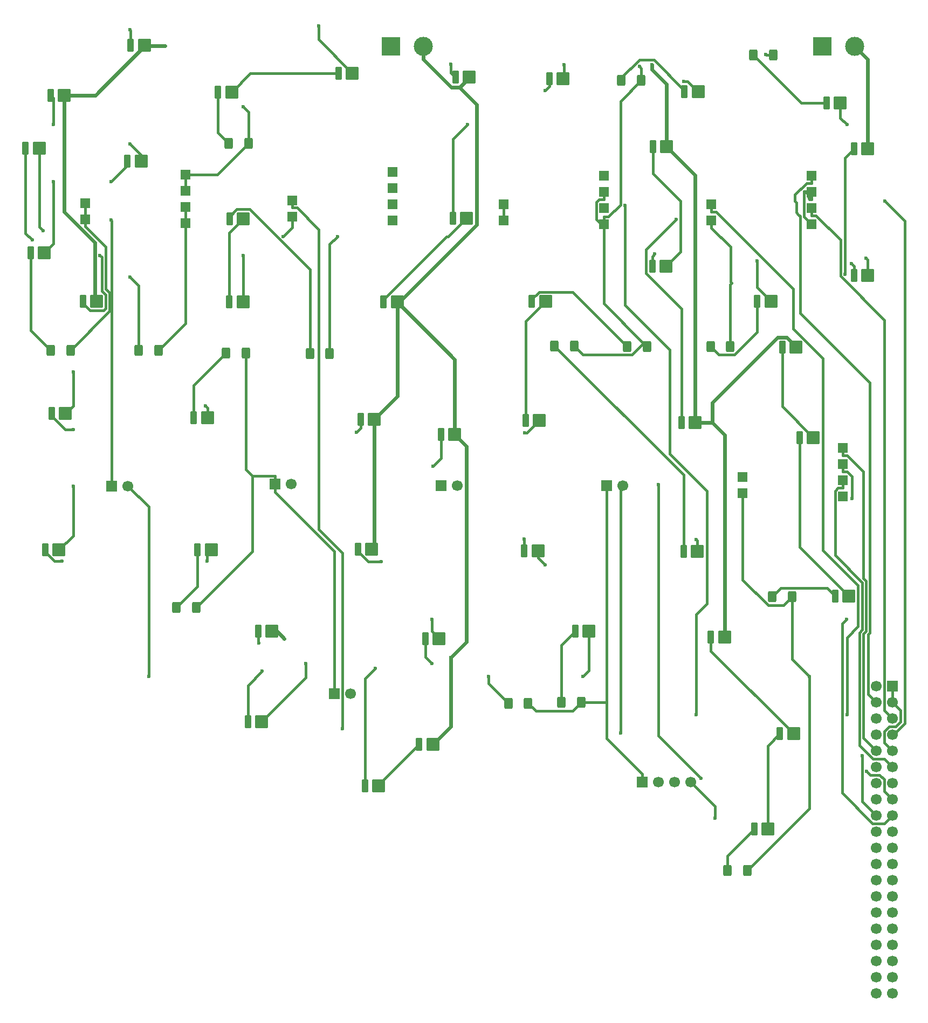
<source format=gbr>
%TF.GenerationSoftware,KiCad,Pcbnew,9.0.2*%
%TF.CreationDate,2025-07-01T15:24:05+02:00*%
%TF.ProjectId,oxygen_calls_rain-rplnt_wipers,6f787967-656e-45f6-9361-6c6c735f7261,rev?*%
%TF.SameCoordinates,Original*%
%TF.FileFunction,Copper,L1,Top*%
%TF.FilePolarity,Positive*%
%FSLAX46Y46*%
G04 Gerber Fmt 4.6, Leading zero omitted, Abs format (unit mm)*
G04 Created by KiCad (PCBNEW 9.0.2) date 2025-07-01 15:24:05*
%MOMM*%
%LPD*%
G01*
G04 APERTURE LIST*
G04 Aperture macros list*
%AMRoundRect*
0 Rectangle with rounded corners*
0 $1 Rounding radius*
0 $2 $3 $4 $5 $6 $7 $8 $9 X,Y pos of 4 corners*
0 Add a 4 corners polygon primitive as box body*
4,1,4,$2,$3,$4,$5,$6,$7,$8,$9,$2,$3,0*
0 Add four circle primitives for the rounded corners*
1,1,$1+$1,$2,$3*
1,1,$1+$1,$4,$5*
1,1,$1+$1,$6,$7*
1,1,$1+$1,$8,$9*
0 Add four rect primitives between the rounded corners*
20,1,$1+$1,$2,$3,$4,$5,0*
20,1,$1+$1,$4,$5,$6,$7,0*
20,1,$1+$1,$6,$7,$8,$9,0*
20,1,$1+$1,$8,$9,$2,$3,0*%
G04 Aperture macros list end*
%TA.AperFunction,ComponentPad*%
%ADD10R,1.700000X1.700000*%
%TD*%
%TA.AperFunction,ComponentPad*%
%ADD11C,1.700000*%
%TD*%
%TA.AperFunction,ComponentPad*%
%ADD12R,1.500000X1.500000*%
%TD*%
%TA.AperFunction,ComponentPad*%
%ADD13R,3.000000X3.000000*%
%TD*%
%TA.AperFunction,ComponentPad*%
%ADD14C,3.000000*%
%TD*%
%TA.AperFunction,SMDPad,CuDef*%
%ADD15RoundRect,0.165000X-0.385000X-0.885000X0.385000X-0.885000X0.385000X0.885000X-0.385000X0.885000X0*%
%TD*%
%TA.AperFunction,SMDPad,CuDef*%
%ADD16RoundRect,0.315000X-0.735000X-0.735000X0.735000X-0.735000X0.735000X0.735000X-0.735000X0.735000X0*%
%TD*%
%TA.AperFunction,SMDPad,CuDef*%
%ADD17RoundRect,0.250000X-0.400000X-0.625000X0.400000X-0.625000X0.400000X0.625000X-0.400000X0.625000X0*%
%TD*%
%TA.AperFunction,ViaPad*%
%ADD18C,0.600000*%
%TD*%
%TA.AperFunction,Conductor*%
%ADD19C,0.400000*%
%TD*%
%TA.AperFunction,Conductor*%
%ADD20C,0.600000*%
%TD*%
G04 APERTURE END LIST*
D10*
%TO.P,J3,1,Pin_1*%
%TO.N,GND*%
X167975000Y-126710000D03*
D11*
%TO.P,J3,2,Pin_2*%
X165435000Y-126710000D03*
%TO.P,J3,3,Pin_3*%
X167975000Y-129250000D03*
%TO.P,J3,4,Pin_4*%
%TO.N,Net-(J3-Pin_4)*%
X165435000Y-129250000D03*
%TO.P,J3,5,Pin_5*%
%TO.N,Net-(J3-Pin_5)*%
X167975000Y-131790000D03*
%TO.P,J3,6,Pin_6*%
%TO.N,Net-(J3-Pin_6)*%
X165435000Y-131790000D03*
%TO.P,J3,7,Pin_7*%
%TO.N,Net-(J3-Pin_7)*%
X167975000Y-134330000D03*
%TO.P,J3,8,Pin_8*%
%TO.N,Net-(J3-Pin_8)*%
X165435000Y-134330000D03*
%TO.P,J3,9,Pin_9*%
%TO.N,GND*%
X167975000Y-136870000D03*
%TO.P,J3,10,Pin_10*%
%TO.N,Net-(J3-Pin_10)*%
X165435000Y-136870000D03*
%TO.P,J3,11,Pin_11*%
%TO.N,Net-(J3-Pin_11)*%
X167975000Y-139410000D03*
%TO.P,J3,12,Pin_12*%
%TO.N,GND*%
X165435000Y-139410000D03*
%TO.P,J3,13,Pin_13*%
%TO.N,Net-(J3-Pin_13)*%
X167975000Y-141950000D03*
%TO.P,J3,14,Pin_14*%
%TO.N,Net-(J3-Pin_14)*%
X165435000Y-141950000D03*
%TO.P,J3,15,Pin_15*%
%TO.N,Net-(J3-Pin_15)*%
X167975000Y-144490000D03*
%TO.P,J3,16,Pin_16*%
%TO.N,Net-(J3-Pin_16)*%
X165435000Y-144490000D03*
%TO.P,J3,17,Pin_17*%
%TO.N,Net-(J3-Pin_17)*%
X167975000Y-147030000D03*
%TO.P,J3,18,Pin_18*%
%TO.N,Net-(J3-Pin_18)*%
X165435000Y-147030000D03*
%TO.P,J3,19,Pin_19*%
%TO.N,Net-(J3-Pin_19)*%
X167975000Y-149570000D03*
%TO.P,J3,20,Pin_20*%
%TO.N,Net-(J3-Pin_20)*%
X165435000Y-149570000D03*
%TO.P,J3,21,Pin_21*%
%TO.N,Net-(J3-Pin_21)*%
X167975000Y-152110000D03*
%TO.P,J3,22,Pin_22*%
%TO.N,unconnected-(J3-Pin_22-Pad22)*%
X165435000Y-152110000D03*
%TO.P,J3,23,Pin_23*%
%TO.N,unconnected-(J3-Pin_23-Pad23)*%
X167975000Y-154650000D03*
%TO.P,J3,24,Pin_24*%
%TO.N,unconnected-(J3-Pin_24-Pad24)*%
X165435000Y-154650000D03*
%TO.P,J3,25,Pin_25*%
%TO.N,unconnected-(J3-Pin_25-Pad25)*%
X167975000Y-157190000D03*
%TO.P,J3,26,Pin_26*%
%TO.N,unconnected-(J3-Pin_26-Pad26)*%
X165435000Y-157190000D03*
%TO.P,J3,27,Pin_27*%
%TO.N,unconnected-(J3-Pin_27-Pad27)*%
X167975000Y-159730000D03*
%TO.P,J3,28,Pin_28*%
%TO.N,unconnected-(J3-Pin_28-Pad28)*%
X165435000Y-159730000D03*
%TO.P,J3,29,Pin_29*%
%TO.N,unconnected-(J3-Pin_29-Pad29)*%
X167975000Y-162270000D03*
%TO.P,J3,30,Pin_30*%
%TO.N,unconnected-(J3-Pin_30-Pad30)*%
X165435000Y-162270000D03*
%TO.P,J3,31,Pin_31*%
%TO.N,unconnected-(J3-Pin_31-Pad31)*%
X167975000Y-164810000D03*
%TO.P,J3,32,Pin_32*%
%TO.N,unconnected-(J3-Pin_32-Pad32)*%
X165435000Y-164810000D03*
%TO.P,J3,33,Pin_33*%
%TO.N,unconnected-(J3-Pin_33-Pad33)*%
X167975000Y-167350000D03*
%TO.P,J3,34,Pin_34*%
%TO.N,unconnected-(J3-Pin_34-Pad34)*%
X165435000Y-167350000D03*
%TO.P,J3,35,Pin_35*%
%TO.N,unconnected-(J3-Pin_35-Pad35)*%
X167975000Y-169890000D03*
%TO.P,J3,36,Pin_36*%
%TO.N,unconnected-(J3-Pin_36-Pad36)*%
X165435000Y-169890000D03*
%TO.P,J3,37,Pin_37*%
%TO.N,unconnected-(J3-Pin_37-Pad37)*%
X167975000Y-172430000D03*
%TO.P,J3,38,Pin_38*%
%TO.N,unconnected-(J3-Pin_38-Pad38)*%
X165435000Y-172430000D03*
%TO.P,J3,39,Pin_39*%
%TO.N,unconnected-(J3-Pin_39-Pad39)*%
X167975000Y-174970000D03*
%TO.P,J3,40,Pin_40*%
%TO.N,unconnected-(J3-Pin_40-Pad40)*%
X165435000Y-174970000D03*
%TD*%
D12*
%TO.P,KR5,1,+5V_TOP_LED*%
%TO.N,unconnected-(KR5-+5V_TOP_LED-Pad1)*%
X89450000Y-45925000D03*
%TO.P,KR5,2,GND_TOP_LED*%
%TO.N,unconnected-(KR5-GND_TOP_LED-Pad2)*%
X89450000Y-48465000D03*
%TO.P,KR5,3,+5V_BOTTOM_LED*%
%TO.N,unconnected-(KR5-+5V_BOTTOM_LED-Pad3)*%
X89450000Y-51005000D03*
%TO.P,KR5,4,GND_BOTTOM_LED*%
%TO.N,unconnected-(KR5-GND_BOTTOM_LED-Pad4)*%
X89450000Y-53545000D03*
%TO.P,KR5,5,SW_IN*%
%TO.N,Net-(J3-Pin_16)*%
X73750000Y-50425000D03*
%TO.P,KR5,6,SW_OUT*%
%TO.N,GND*%
X73750000Y-52965000D03*
%TD*%
D13*
%TO.P,J2,1,Pin_1*%
%TO.N,GND*%
X89210000Y-26200000D03*
D14*
%TO.P,J2,2,Pin_2*%
%TO.N,+12V*%
X94290000Y-26200000D03*
%TD*%
D15*
%TO.P,D31,1,K*%
%TO.N,Net-(D31-K)*%
X84060000Y-105200000D03*
D16*
%TO.P,D31,2,A*%
%TO.N,+12V*%
X86210000Y-105200000D03*
%TD*%
D15*
%TO.P,D41,1,K*%
%TO.N,Net-(D41-K)*%
X85160000Y-142400000D03*
D16*
%TO.P,D41,2,A*%
%TO.N,Net-(D40-K)*%
X87310000Y-142400000D03*
%TD*%
D10*
%TO.P,J7,1,Pin_1*%
%TO.N,GND*%
X123100000Y-95200000D03*
D11*
%TO.P,J7,2,Pin_2*%
%TO.N,Net-(J3-Pin_18)*%
X125640000Y-95200000D03*
%TD*%
D15*
%TO.P,D17,1,K*%
%TO.N,Net-(D17-K)*%
X130260000Y-60800000D03*
D16*
%TO.P,D17,2,A*%
%TO.N,Net-(D16-K)*%
X132410000Y-60800000D03*
%TD*%
D15*
%TO.P,D37,1,K*%
%TO.N,Net-(D37-K)*%
X68360000Y-118100000D03*
D16*
%TO.P,D37,2,A*%
%TO.N,+12V*%
X70510000Y-118100000D03*
%TD*%
D15*
%TO.P,D29,1,K*%
%TO.N,Net-(D29-K)*%
X34960000Y-105300000D03*
D16*
%TO.P,D29,2,A*%
%TO.N,Net-(D28-K)*%
X37110000Y-105300000D03*
%TD*%
D15*
%TO.P,D7,1,K*%
%TO.N,Net-(D7-K)*%
X35760000Y-33900000D03*
D16*
%TO.P,D7,2,A*%
%TO.N,+12V*%
X37910000Y-33900000D03*
%TD*%
D15*
%TO.P,D23,1,K*%
%TO.N,Net-(D23-K)*%
X110360000Y-85000000D03*
D16*
%TO.P,D23,2,A*%
%TO.N,Net-(D22-K)*%
X112510000Y-85000000D03*
%TD*%
D15*
%TO.P,D27,1,K*%
%TO.N,Net-(D27-K)*%
X31860000Y-42200000D03*
D16*
%TO.P,D27,2,A*%
%TO.N,Net-(D26-K)*%
X34010000Y-42200000D03*
%TD*%
D15*
%TO.P,D26,1,K*%
%TO.N,Net-(D26-K)*%
X161960000Y-62200000D03*
D16*
%TO.P,D26,2,A*%
%TO.N,Net-(D25-K)*%
X164110000Y-62200000D03*
%TD*%
D17*
%TO.P,R15,1*%
%TO.N,Net-(D45-K)*%
X142050000Y-155700000D03*
%TO.P,R15,2*%
%TO.N,GND*%
X145150000Y-155700000D03*
%TD*%
D10*
%TO.P,J6,1,Pin_1*%
%TO.N,GND*%
X97125000Y-95200000D03*
D11*
%TO.P,J6,2,Pin_2*%
%TO.N,Net-(J3-Pin_14)*%
X99665000Y-95200000D03*
%TD*%
D15*
%TO.P,D40,1,K*%
%TO.N,Net-(D40-K)*%
X93660000Y-135900000D03*
D16*
%TO.P,D40,2,A*%
%TO.N,+12V*%
X95810000Y-135900000D03*
%TD*%
D15*
%TO.P,D44,1,K*%
%TO.N,Net-(D44-K)*%
X150300000Y-134200000D03*
D16*
%TO.P,D44,2,A*%
%TO.N,Net-(D43-K)*%
X152450000Y-134200000D03*
%TD*%
D15*
%TO.P,D12,1,K*%
%TO.N,Net-(D12-K)*%
X63910000Y-53350000D03*
D16*
%TO.P,D12,2,A*%
%TO.N,Net-(D11-K)*%
X66060000Y-53350000D03*
%TD*%
D15*
%TO.P,D35,1,K*%
%TO.N,Net-(D35-K)*%
X153400000Y-87700000D03*
D16*
%TO.P,D35,2,A*%
%TO.N,Net-(D34-K)*%
X155550000Y-87700000D03*
%TD*%
D15*
%TO.P,D19,1,K*%
%TO.N,Net-(D19-K)*%
X161960000Y-42300000D03*
D16*
%TO.P,D19,2,A*%
%TO.N,+12V*%
X164110000Y-42300000D03*
%TD*%
D15*
%TO.P,D38,1,K*%
%TO.N,Net-(D38-K)*%
X94650000Y-119300000D03*
D16*
%TO.P,D38,2,A*%
%TO.N,Net-(D37-K)*%
X96800000Y-119300000D03*
%TD*%
D15*
%TO.P,D15,1,K*%
%TO.N,Net-(D15-K)*%
X157600000Y-35125000D03*
D16*
%TO.P,D15,2,A*%
%TO.N,Net-(D14-K)*%
X159750000Y-35125000D03*
%TD*%
D17*
%TO.P,R5,1*%
%TO.N,Net-(D15-K)*%
X146150000Y-27600000D03*
%TO.P,R5,2*%
%TO.N,GND*%
X149250000Y-27600000D03*
%TD*%
D12*
%TO.P,KR1,1,+5V_TOP_LED*%
%TO.N,GND*%
X56950000Y-46350000D03*
%TO.P,KR1,2,GND_TOP_LED*%
X56950000Y-48890000D03*
%TO.P,KR1,3,+5V_BOTTOM_LED*%
X56950000Y-51430000D03*
%TO.P,KR1,4,GND_BOTTOM_LED*%
X56950000Y-53970000D03*
%TO.P,KR1,5,SW_IN*%
X41250000Y-50850000D03*
%TO.P,KR1,6,SW_OUT*%
X41250000Y-53390000D03*
%TD*%
D15*
%TO.P,D45,1,K*%
%TO.N,Net-(D45-K)*%
X146260000Y-149200000D03*
D16*
%TO.P,D45,2,A*%
%TO.N,Net-(D44-K)*%
X148410000Y-149200000D03*
%TD*%
D15*
%TO.P,D5,1,K*%
%TO.N,Net-(D5-K)*%
X114100000Y-31275000D03*
D16*
%TO.P,D5,2,A*%
%TO.N,Net-(D4-K)*%
X116250000Y-31275000D03*
%TD*%
D17*
%TO.P,R7,1*%
%TO.N,Net-(D21-K)*%
X63350000Y-74400000D03*
%TO.P,R7,2*%
%TO.N,GND*%
X66450000Y-74400000D03*
%TD*%
%TO.P,R14,1*%
%TO.N,Net-(D42-K)*%
X116000000Y-129300000D03*
%TO.P,R14,2*%
%TO.N,GND*%
X119100000Y-129300000D03*
%TD*%
D15*
%TO.P,D24,1,K*%
%TO.N,Net-(D24-K)*%
X111360000Y-66300000D03*
D16*
%TO.P,D24,2,A*%
%TO.N,Net-(D23-K)*%
X113510000Y-66300000D03*
%TD*%
D15*
%TO.P,D8,1,K*%
%TO.N,Net-(D8-K)*%
X47860000Y-44300000D03*
D16*
%TO.P,D8,2,A*%
%TO.N,Net-(D7-K)*%
X50010000Y-44300000D03*
%TD*%
D17*
%TO.P,R2,1*%
%TO.N,Net-(D6-K)*%
X125400000Y-31600000D03*
%TO.P,R2,2*%
%TO.N,GND*%
X128500000Y-31600000D03*
%TD*%
D15*
%TO.P,D16,1,K*%
%TO.N,Net-(D16-K)*%
X130360000Y-42000000D03*
D16*
%TO.P,D16,2,A*%
%TO.N,+12V*%
X132510000Y-42000000D03*
%TD*%
D15*
%TO.P,D4,1,K*%
%TO.N,Net-(D4-K)*%
X99360000Y-31100000D03*
D16*
%TO.P,D4,2,A*%
%TO.N,+12V*%
X101510000Y-31100000D03*
%TD*%
D15*
%TO.P,D34,1,K*%
%TO.N,Net-(D34-K)*%
X150660000Y-73500000D03*
D16*
%TO.P,D34,2,A*%
%TO.N,+12V*%
X152810000Y-73500000D03*
%TD*%
D15*
%TO.P,D20,1,K*%
%TO.N,Net-(D20-K)*%
X35960000Y-83900000D03*
D16*
%TO.P,D20,2,A*%
%TO.N,Net-(D19-K)*%
X38110000Y-83900000D03*
%TD*%
D15*
%TO.P,D36,1,K*%
%TO.N,Net-(D36-K)*%
X158960000Y-112600000D03*
D16*
%TO.P,D36,2,A*%
%TO.N,Net-(D35-K)*%
X161110000Y-112600000D03*
%TD*%
D17*
%TO.P,R11,1*%
%TO.N,Net-(D33-K)*%
X114900000Y-73300000D03*
%TO.P,R11,2*%
%TO.N,GND*%
X118000000Y-73300000D03*
%TD*%
D15*
%TO.P,D43,1,K*%
%TO.N,Net-(D43-K)*%
X139460000Y-119000000D03*
D16*
%TO.P,D43,2,A*%
%TO.N,+12V*%
X141610000Y-119000000D03*
%TD*%
D17*
%TO.P,R9,1*%
%TO.N,Net-(D27-K)*%
X49600000Y-74000000D03*
%TO.P,R9,2*%
%TO.N,GND*%
X52700000Y-74000000D03*
%TD*%
D10*
%TO.P,J4,1,Pin_1*%
%TO.N,GND*%
X45400000Y-95300000D03*
D11*
%TO.P,J4,2,Pin_2*%
%TO.N,Net-(J3-Pin_13)*%
X47940000Y-95300000D03*
%TD*%
D17*
%TO.P,R12,1*%
%TO.N,Net-(D36-K)*%
X149100000Y-112700000D03*
%TO.P,R12,2*%
%TO.N,GND*%
X152200000Y-112700000D03*
%TD*%
D15*
%TO.P,D33,1,K*%
%TO.N,Net-(D33-K)*%
X135160000Y-105600000D03*
D16*
%TO.P,D33,2,A*%
%TO.N,Net-(D32-K)*%
X137310000Y-105600000D03*
%TD*%
D17*
%TO.P,R13,1*%
%TO.N,Net-(D39-K)*%
X107650000Y-129400000D03*
%TO.P,R13,2*%
%TO.N,GND*%
X110750000Y-129400000D03*
%TD*%
D15*
%TO.P,D13,1,K*%
%TO.N,Net-(D13-K)*%
X88060000Y-66400000D03*
D16*
%TO.P,D13,2,A*%
%TO.N,+12V*%
X90210000Y-66400000D03*
%TD*%
D15*
%TO.P,D10,1,K*%
%TO.N,Net-(D10-K)*%
X40850000Y-66300000D03*
D16*
%TO.P,D10,2,A*%
%TO.N,+12V*%
X43000000Y-66300000D03*
%TD*%
D17*
%TO.P,R10,1*%
%TO.N,Net-(D30-K)*%
X55550000Y-114400000D03*
%TO.P,R10,2*%
%TO.N,GND*%
X58650000Y-114400000D03*
%TD*%
D15*
%TO.P,D6,1,K*%
%TO.N,Net-(D6-K)*%
X135300000Y-33375000D03*
D16*
%TO.P,D6,2,A*%
%TO.N,Net-(D5-K)*%
X137450000Y-33375000D03*
%TD*%
D15*
%TO.P,D14,1,K*%
%TO.N,Net-(D14-K)*%
X98950000Y-53200000D03*
D16*
%TO.P,D14,2,A*%
%TO.N,Net-(D13-K)*%
X101100000Y-53200000D03*
%TD*%
D17*
%TO.P,R4,1*%
%TO.N,Net-(D12-K)*%
X76500000Y-74500000D03*
%TO.P,R4,2*%
%TO.N,GND*%
X79600000Y-74500000D03*
%TD*%
D12*
%TO.P,KR4,1,+5V_TOP_LED*%
%TO.N,Net-(J3-Pin_10)*%
X160150000Y-89350000D03*
%TO.P,KR4,2,GND_TOP_LED*%
%TO.N,GND*%
X160150000Y-91890000D03*
%TO.P,KR4,3,+5V_BOTTOM_LED*%
%TO.N,Net-(J3-Pin_11)*%
X160150000Y-94430000D03*
%TO.P,KR4,4,GND_BOTTOM_LED*%
%TO.N,GND*%
X160150000Y-96970000D03*
%TO.P,KR4,5,SW_IN*%
X144450000Y-93850000D03*
%TO.P,KR4,6,SW_OUT*%
X144450000Y-96390000D03*
%TD*%
D10*
%TO.P,J9,1,Pin_1*%
%TO.N,GND*%
X128690000Y-141800000D03*
D11*
%TO.P,J9,2,Pin_2*%
%TO.N,Net-(J3-Pin_19)*%
X131230000Y-141800000D03*
%TO.P,J9,3,Pin_3*%
%TO.N,Net-(J3-Pin_20)*%
X133770000Y-141800000D03*
%TO.P,J9,4,Pin_4*%
%TO.N,Net-(J3-Pin_21)*%
X136310000Y-141800000D03*
%TD*%
D10*
%TO.P,J5,1,Pin_1*%
%TO.N,GND*%
X71025000Y-95000000D03*
D11*
%TO.P,J5,2,Pin_2*%
%TO.N,Net-(J3-Pin_17)*%
X73565000Y-95000000D03*
%TD*%
D17*
%TO.P,R6,1*%
%TO.N,Net-(D18-K)*%
X139400000Y-73400000D03*
%TO.P,R6,2*%
%TO.N,GND*%
X142500000Y-73400000D03*
%TD*%
D15*
%TO.P,D39,1,K*%
%TO.N,Net-(D39-K)*%
X66750000Y-132300000D03*
D16*
%TO.P,D39,2,A*%
%TO.N,Net-(D38-K)*%
X68900000Y-132300000D03*
%TD*%
D15*
%TO.P,D18,1,K*%
%TO.N,Net-(D18-K)*%
X146750000Y-66300000D03*
D16*
%TO.P,D18,2,A*%
%TO.N,Net-(D17-K)*%
X148900000Y-66300000D03*
%TD*%
D15*
%TO.P,D21,1,K*%
%TO.N,Net-(D21-K)*%
X58250000Y-84600000D03*
D16*
%TO.P,D21,2,A*%
%TO.N,Net-(D20-K)*%
X60400000Y-84600000D03*
%TD*%
D10*
%TO.P,J8,1,Pin_1*%
%TO.N,GND*%
X80325000Y-127900000D03*
D11*
%TO.P,J8,2,Pin_2*%
%TO.N,Net-(J3-Pin_15)*%
X82865000Y-127900000D03*
%TD*%
D15*
%TO.P,D9,1,K*%
%TO.N,Net-(D9-K)*%
X32660000Y-58700000D03*
D16*
%TO.P,D9,2,A*%
%TO.N,Net-(D8-K)*%
X34810000Y-58700000D03*
%TD*%
D15*
%TO.P,D28,1,K*%
%TO.N,Net-(D28-K)*%
X97060000Y-87200000D03*
D16*
%TO.P,D28,2,A*%
%TO.N,+12V*%
X99210000Y-87200000D03*
%TD*%
D15*
%TO.P,D32,1,K*%
%TO.N,Net-(D32-K)*%
X110160000Y-105500000D03*
D16*
%TO.P,D32,2,A*%
%TO.N,Net-(D31-K)*%
X112310000Y-105500000D03*
%TD*%
D15*
%TO.P,D22,1,K*%
%TO.N,Net-(D22-K)*%
X84460000Y-84800000D03*
D16*
%TO.P,D22,2,A*%
%TO.N,+12V*%
X86610000Y-84800000D03*
%TD*%
D17*
%TO.P,R8,1*%
%TO.N,Net-(D24-K)*%
X126300000Y-73400000D03*
%TO.P,R8,2*%
%TO.N,GND*%
X129400000Y-73400000D03*
%TD*%
D15*
%TO.P,D25,1,K*%
%TO.N,Net-(D25-K)*%
X134860000Y-85300000D03*
D16*
%TO.P,D25,2,A*%
%TO.N,+12V*%
X137010000Y-85300000D03*
%TD*%
D15*
%TO.P,D1,1,K*%
%TO.N,Net-(D1-K)*%
X48350000Y-26100000D03*
D16*
%TO.P,D1,2,A*%
%TO.N,+12V*%
X50500000Y-26100000D03*
%TD*%
D17*
%TO.P,R3,1*%
%TO.N,Net-(D9-K)*%
X35800000Y-74000000D03*
%TO.P,R3,2*%
%TO.N,GND*%
X38900000Y-74000000D03*
%TD*%
D15*
%TO.P,D3,1,K*%
%TO.N,Net-(D3-K)*%
X62060000Y-33400000D03*
D16*
%TO.P,D3,2,A*%
%TO.N,Net-(D2-K)*%
X64210000Y-33400000D03*
%TD*%
D15*
%TO.P,D42,1,K*%
%TO.N,Net-(D42-K)*%
X118160000Y-118100000D03*
D16*
%TO.P,D42,2,A*%
%TO.N,Net-(D41-K)*%
X120310000Y-118100000D03*
%TD*%
D17*
%TO.P,R1,1*%
%TO.N,Net-(D3-K)*%
X63750000Y-41500000D03*
%TO.P,R1,2*%
%TO.N,GND*%
X66850000Y-41500000D03*
%TD*%
D12*
%TO.P,KR3,1,+5V_TOP_LED*%
%TO.N,Net-(J3-Pin_4)*%
X155250000Y-46550000D03*
%TO.P,KR3,2,GND_TOP_LED*%
%TO.N,GND*%
X155250000Y-49090000D03*
%TO.P,KR3,3,+5V_BOTTOM_LED*%
%TO.N,Net-(J3-Pin_5)*%
X155250000Y-51630000D03*
%TO.P,KR3,4,GND_BOTTOM_LED*%
%TO.N,GND*%
X155250000Y-54170000D03*
%TO.P,KR3,5,SW_IN*%
%TO.N,Net-(J3-Pin_6)*%
X139550000Y-51050000D03*
%TO.P,KR3,6,SW_OUT*%
%TO.N,GND*%
X139550000Y-53590000D03*
%TD*%
D15*
%TO.P,D30,1,K*%
%TO.N,Net-(D30-K)*%
X58860000Y-105300000D03*
D16*
%TO.P,D30,2,A*%
%TO.N,Net-(D29-K)*%
X61010000Y-105300000D03*
%TD*%
D12*
%TO.P,KR2,1,+5V_TOP_LED*%
%TO.N,Net-(J3-Pin_7)*%
X122650000Y-46550000D03*
%TO.P,KR2,2,GND_TOP_LED*%
%TO.N,GND*%
X122650000Y-49090000D03*
%TO.P,KR2,3,+5V_BOTTOM_LED*%
%TO.N,Net-(J3-Pin_8)*%
X122650000Y-51630000D03*
%TO.P,KR2,4,GND_BOTTOM_LED*%
%TO.N,GND*%
X122650000Y-54170000D03*
%TO.P,KR2,5,SW_IN*%
X106950000Y-51050000D03*
%TO.P,KR2,6,SW_OUT*%
X106950000Y-53590000D03*
%TD*%
D15*
%TO.P,D2,1,K*%
%TO.N,Net-(D2-K)*%
X81010000Y-30475000D03*
D16*
%TO.P,D2,2,A*%
%TO.N,Net-(D1-K)*%
X83160000Y-30475000D03*
%TD*%
D15*
%TO.P,D11,1,K*%
%TO.N,Net-(D11-K)*%
X63860000Y-66400000D03*
D16*
%TO.P,D11,2,A*%
%TO.N,Net-(D10-K)*%
X66010000Y-66400000D03*
%TD*%
D13*
%TO.P,J1,1,Pin_1*%
%TO.N,GND*%
X156975000Y-26250000D03*
D14*
%TO.P,J1,2,Pin_2*%
%TO.N,+12V*%
X162055000Y-26250000D03*
%TD*%
D18*
%TO.N,Net-(J3-Pin_8)*%
X125974200Y-51215400D03*
X137123800Y-131215200D03*
%TO.N,Net-(J3-Pin_16)*%
X81613300Y-133438700D03*
%TO.N,Net-(J3-Pin_13)*%
X51188100Y-125236200D03*
%TO.N,Net-(J3-Pin_18)*%
X125277300Y-134057400D03*
X163233800Y-137656400D03*
%TO.N,Net-(J3-Pin_7)*%
X166756800Y-50498700D03*
%TO.N,Net-(J3-Pin_17)*%
X160777100Y-116214700D03*
%TO.N,Net-(J3-Pin_6)*%
X160830200Y-131215200D03*
%TO.N,Net-(J3-Pin_14)*%
X131197200Y-95049100D03*
X137882700Y-141198500D03*
%TO.N,Net-(J3-Pin_21)*%
X140087100Y-147443700D03*
%TO.N,Net-(J3-Pin_15)*%
X163935600Y-140143500D03*
%TO.N,GND*%
X148047200Y-27474300D03*
X80821100Y-56091800D03*
X128233900Y-29400700D03*
X161605900Y-97278000D03*
X45261500Y-53488200D03*
X72304000Y-56091800D03*
X66004600Y-35748600D03*
X154903600Y-125236200D03*
%TO.N,Net-(D41-K)*%
X119344000Y-125236200D03*
X86747700Y-123965100D03*
%TO.N,Net-(D39-K)*%
X104527500Y-125236200D03*
X68967900Y-124388800D03*
%TO.N,Net-(D38-K)*%
X75864200Y-123144100D03*
X95637600Y-123144100D03*
%TO.N,Net-(D37-K)*%
X95637600Y-116267700D03*
X68472500Y-119951300D03*
%TO.N,Net-(D32-K)*%
X110115600Y-103632200D03*
X137123800Y-103681900D03*
%TO.N,Net-(D31-K)*%
X87711200Y-107193900D03*
X113417400Y-107672600D03*
%TO.N,Net-(D29-K)*%
X60309800Y-107096300D03*
X37581600Y-107062000D03*
%TO.N,Net-(D28-K)*%
X39334900Y-95341200D03*
X95798200Y-92218300D03*
%TO.N,Net-(D27-K)*%
X48224800Y-62456700D03*
X32938600Y-56653400D03*
%TO.N,Net-(D26-K)*%
X161505300Y-60314600D03*
X34642500Y-55193900D03*
%TO.N,Net-(D25-K)*%
X134019200Y-53436400D03*
X163793500Y-59467200D03*
%TO.N,Net-(D22-K)*%
X110215600Y-86959000D03*
X83784400Y-86859000D03*
%TO.N,Net-(D20-K)*%
X39334900Y-86409300D03*
X60078000Y-82718600D03*
%TO.N,Net-(D19-K)*%
X39334900Y-77404200D03*
X160498700Y-62033600D03*
%TO.N,Net-(D17-K)*%
X146699600Y-59899000D03*
X130658300Y-58860900D03*
%TO.N,Net-(D14-K)*%
X101228000Y-38540700D03*
X160830200Y-38540700D03*
%TO.N,Net-(D10-K)*%
X43539900Y-59043500D03*
X66004600Y-59043500D03*
%TO.N,Net-(D8-K)*%
X36250000Y-47509200D03*
X45261500Y-47509200D03*
%TO.N,Net-(D7-K)*%
X36250000Y-38540700D03*
X48224800Y-41530200D03*
%TO.N,Net-(D5-K)*%
X135195800Y-31695700D03*
X113417400Y-33191000D03*
%TO.N,Net-(D4-K)*%
X116380700Y-29150600D03*
X98600900Y-29063400D03*
%TO.N,+12V*%
X53752300Y-26183600D03*
X72487000Y-119257200D03*
X98600900Y-122246700D03*
X130236400Y-29072200D03*
%TO.N,Net-(D1-K)*%
X77857800Y-23022800D03*
X48224800Y-23629400D03*
%TD*%
D19*
%TO.N,Net-(J3-Pin_8)*%
X137123800Y-115470100D02*
X137123800Y-131215200D01*
X138796000Y-113797900D02*
X137123800Y-115470100D01*
X138796000Y-96041600D02*
X138796000Y-113797900D01*
X132955700Y-90201300D02*
X138796000Y-96041600D01*
X132955700Y-73894000D02*
X132955700Y-90201300D01*
X125974200Y-66912500D02*
X132955700Y-73894000D01*
X125974200Y-51215400D02*
X125974200Y-66912500D01*
%TO.N,Net-(J3-Pin_16)*%
X81613300Y-105776500D02*
X81613300Y-133438700D01*
X77892100Y-102055300D02*
X81613300Y-105776500D01*
X77892100Y-54999000D02*
X77892100Y-102055300D01*
X74469800Y-51576700D02*
X77892100Y-54999000D01*
X73750000Y-51576700D02*
X74469800Y-51576700D01*
X73750000Y-50425000D02*
X73750000Y-51576700D01*
%TO.N,Net-(J3-Pin_13)*%
X51188100Y-98548100D02*
X47940000Y-95300000D01*
X51188100Y-125236200D02*
X51188100Y-98548100D01*
%TO.N,Net-(J3-Pin_18)*%
X125277300Y-95562700D02*
X125277300Y-134057400D01*
X125640000Y-95200000D02*
X125277300Y-95562700D01*
X163233800Y-144828800D02*
X165435000Y-147030000D01*
X163233800Y-137656400D02*
X163233800Y-144828800D01*
%TO.N,Net-(J3-Pin_11)*%
X160150000Y-94430000D02*
X160150000Y-95581700D01*
X159430300Y-95581700D02*
X160150000Y-95581700D01*
X158962600Y-96049400D02*
X159430300Y-95581700D01*
X158962600Y-106190800D02*
X158962600Y-96049400D01*
X163225400Y-110453600D02*
X158962600Y-106190800D01*
X163225400Y-117858600D02*
X163225400Y-110453600D01*
X162775200Y-118308800D02*
X163225400Y-117858600D01*
X162775200Y-136014200D02*
X162775200Y-118308800D01*
X164882700Y-138121700D02*
X162775200Y-136014200D01*
X166686700Y-138121700D02*
X164882700Y-138121700D01*
X167975000Y-139410000D02*
X166686700Y-138121700D01*
%TO.N,Net-(J3-Pin_4)*%
X155250000Y-46550000D02*
X155250000Y-47701700D01*
X164183300Y-127998300D02*
X165435000Y-129250000D01*
X164183300Y-118602300D02*
X164183300Y-127998300D01*
X164428800Y-118356800D02*
X164183300Y-118602300D01*
X164428800Y-79061600D02*
X164428800Y-118356800D01*
X153467600Y-68100400D02*
X164428800Y-79061600D01*
X153467600Y-52916800D02*
X153467600Y-68100400D01*
X153247500Y-52696700D02*
X153467600Y-52916800D01*
X153247500Y-52696700D02*
X153467600Y-52916800D01*
X152894900Y-52344100D02*
X153247500Y-52696700D01*
X152894900Y-50747500D02*
X152894900Y-52344100D01*
X152647300Y-50499900D02*
X152894900Y-50747500D01*
X152647300Y-50499900D02*
X152894900Y-50747500D01*
X152647300Y-49532900D02*
X152647300Y-50499900D01*
X154478500Y-47701700D02*
X152647300Y-49532900D01*
X155250000Y-47701700D02*
X154478500Y-47701700D01*
%TO.N,Net-(J3-Pin_7)*%
X169890000Y-53631900D02*
X166756800Y-50498700D01*
X169890000Y-132552100D02*
X169890000Y-53631900D01*
X168112100Y-134330000D02*
X169890000Y-132552100D01*
X167975000Y-134330000D02*
X168112100Y-134330000D01*
%TO.N,Net-(J3-Pin_17)*%
X160090900Y-116900900D02*
X160777100Y-116214700D01*
X160090900Y-143505200D02*
X160090900Y-116900900D01*
X164867400Y-148281700D02*
X160090900Y-143505200D01*
X166723300Y-148281700D02*
X164867400Y-148281700D01*
X167975000Y-147030000D02*
X166723300Y-148281700D01*
%TO.N,Net-(J3-Pin_6)*%
X160830200Y-119102800D02*
X160830200Y-131215200D01*
X162567700Y-117365300D02*
X160830200Y-119102800D01*
X162567700Y-110918400D02*
X162567700Y-117365300D01*
X157054500Y-105405200D02*
X162567700Y-110918400D01*
X157054500Y-75266000D02*
X157054500Y-105405200D01*
X152403800Y-70615300D02*
X157054500Y-75266000D01*
X152403800Y-64335700D02*
X152403800Y-70615300D01*
X140269800Y-52201700D02*
X152403800Y-64335700D01*
X139550000Y-52201700D02*
X140269800Y-52201700D01*
X139550000Y-51050000D02*
X139550000Y-52201700D01*
%TO.N,Net-(J3-Pin_5)*%
X155250000Y-51630000D02*
X155250000Y-52781700D01*
X166705000Y-130520000D02*
X167975000Y-131790000D01*
X166705000Y-69232100D02*
X166705000Y-130520000D01*
X159797000Y-62324100D02*
X166705000Y-69232100D01*
X159797000Y-56608800D02*
X159797000Y-62324100D01*
X155969900Y-52781700D02*
X159797000Y-56608800D01*
X155250000Y-52781700D02*
X155969900Y-52781700D01*
%TO.N,Net-(J3-Pin_14)*%
X131197200Y-134513000D02*
X137882700Y-141198500D01*
X131197200Y-95049100D02*
X131197200Y-134513000D01*
%TO.N,Net-(J3-Pin_10)*%
X160150000Y-89350000D02*
X160150000Y-90501700D01*
X160869900Y-90501700D02*
X160150000Y-90501700D01*
X163398100Y-93029900D02*
X160869900Y-90501700D01*
X163398100Y-109775400D02*
X163398100Y-93029900D01*
X163474500Y-109851800D02*
X163398100Y-109775400D01*
X163474500Y-109851800D02*
X163398100Y-109775400D01*
X163827100Y-110204400D02*
X163474500Y-109851800D01*
X163827100Y-118107700D02*
X163827100Y-110204400D01*
X163398100Y-118536700D02*
X163827100Y-118107700D01*
X163398100Y-134833100D02*
X163398100Y-118536700D01*
X165435000Y-136870000D02*
X163398100Y-134833100D01*
%TO.N,Net-(J3-Pin_21)*%
X140087100Y-145577100D02*
X140087100Y-147443700D01*
X136310000Y-141800000D02*
X140087100Y-145577100D01*
%TO.N,Net-(J3-Pin_15)*%
X164472100Y-140680000D02*
X163935600Y-140143500D01*
X165970900Y-140680000D02*
X164472100Y-140680000D01*
X166686700Y-141395800D02*
X165970900Y-140680000D01*
X166686700Y-143201700D02*
X166686700Y-141395800D01*
X167975000Y-144490000D02*
X166686700Y-143201700D01*
%TO.N,GND*%
X106950000Y-51050000D02*
X106950000Y-53590000D01*
X71025000Y-95000000D02*
X71025000Y-93748300D01*
X41250000Y-53390000D02*
X41250000Y-54541700D01*
X56950000Y-46350000D02*
X56950000Y-48890000D01*
X139550000Y-53590000D02*
X139550000Y-54741700D01*
X167975000Y-129250000D02*
X167975000Y-126710000D01*
X62000000Y-46350000D02*
X56950000Y-46350000D01*
X66850000Y-41500000D02*
X62000000Y-46350000D01*
X148172900Y-27600000D02*
X148047200Y-27474300D01*
X149250000Y-27600000D02*
X148172900Y-27600000D01*
X155250000Y-49090000D02*
X155250000Y-50241700D01*
X79600000Y-57312900D02*
X80821100Y-56091800D01*
X79600000Y-74500000D02*
X79600000Y-57312900D01*
X128500000Y-29666800D02*
X128500000Y-31600000D01*
X128233900Y-29400700D02*
X128500000Y-29666800D01*
X166723300Y-135618300D02*
X167975000Y-136870000D01*
X166723300Y-133811600D02*
X166723300Y-135618300D01*
X167456600Y-133078300D02*
X166723300Y-133811600D01*
X168464000Y-133078300D02*
X167456600Y-133078300D01*
X169264800Y-132277500D02*
X168464000Y-133078300D01*
X169264800Y-130539800D02*
X169264800Y-132277500D01*
X167975000Y-129250000D02*
X169264800Y-130539800D01*
X160869800Y-93041700D02*
X160150000Y-93041700D01*
X161605900Y-93777800D02*
X160869800Y-93041700D01*
X161605900Y-97278000D02*
X161605900Y-93777800D01*
X160150000Y-91890000D02*
X160150000Y-93041700D01*
X122650000Y-54170000D02*
X122650000Y-54595000D01*
X122650000Y-54595000D02*
X122650000Y-55321700D01*
X121930100Y-50241700D02*
X122650000Y-50241700D01*
X121498300Y-50673500D02*
X121930100Y-50241700D01*
X121498300Y-53443300D02*
X121498300Y-50673500D01*
X122650000Y-54595000D02*
X121498300Y-53443300D01*
X122650000Y-49090000D02*
X122650000Y-50241700D01*
X41250000Y-50850000D02*
X41250000Y-53390000D01*
X122650000Y-54170000D02*
X122650000Y-53018300D01*
X45400000Y-53626700D02*
X45261500Y-53488200D01*
X45400000Y-95300000D02*
X45400000Y-53626700D01*
X73750000Y-54645800D02*
X72304000Y-56091800D01*
X73750000Y-52965000D02*
X73750000Y-54645800D01*
X66850000Y-36594000D02*
X66850000Y-41500000D01*
X66004600Y-35748600D02*
X66850000Y-36594000D01*
X117787100Y-130612900D02*
X119100000Y-129300000D01*
X111962900Y-130612900D02*
X117787100Y-130612900D01*
X110750000Y-129400000D02*
X111962900Y-130612900D01*
X80325000Y-105551700D02*
X71025000Y-96251700D01*
X80325000Y-127900000D02*
X80325000Y-105551700D01*
X71025000Y-95000000D02*
X71025000Y-96251700D01*
X56950000Y-51430000D02*
X56950000Y-53970000D01*
X56950000Y-69750000D02*
X52700000Y-74000000D01*
X56950000Y-53970000D02*
X56950000Y-69750000D01*
X152200000Y-122532600D02*
X152200000Y-112700000D01*
X154903600Y-125236200D02*
X152200000Y-122532600D01*
X123369800Y-53018300D02*
X122650000Y-53018300D01*
X125272500Y-51115600D02*
X123369800Y-53018300D01*
X125272500Y-34827500D02*
X125272500Y-51115600D01*
X128500000Y-31600000D02*
X125272500Y-34827500D01*
X122650100Y-55321700D02*
X122650000Y-55321700D01*
X122650100Y-66650100D02*
X122650100Y-55321700D01*
X128864100Y-72864000D02*
X122650100Y-66650100D01*
X127050400Y-74677700D02*
X128864100Y-72864000D01*
X119377700Y-74677700D02*
X127050400Y-74677700D01*
X118000000Y-73300000D02*
X119377700Y-74677700D01*
X129400000Y-73400000D02*
X128864100Y-72864000D01*
X119100000Y-129300000D02*
X123100000Y-129300000D01*
X123100000Y-129300000D02*
X123100000Y-95200000D01*
X128690000Y-141800000D02*
X128690000Y-140548300D01*
X154903600Y-145946400D02*
X154903600Y-125236200D01*
X145150000Y-155700000D02*
X154903600Y-145946400D01*
X66450000Y-92723800D02*
X67474500Y-93748300D01*
X66450000Y-74400000D02*
X66450000Y-92723800D01*
X67474500Y-93748300D02*
X71025000Y-93748300D01*
X67474500Y-105575500D02*
X58650000Y-114400000D01*
X67474500Y-93748300D02*
X67474500Y-105575500D01*
X123100000Y-134958300D02*
X128690000Y-140548300D01*
X123100000Y-129300000D02*
X123100000Y-134958300D01*
X144450000Y-110011500D02*
X144450000Y-96390000D01*
X148450400Y-114011900D02*
X144450000Y-110011500D01*
X150888100Y-114011900D02*
X148450400Y-114011900D01*
X152200000Y-112700000D02*
X150888100Y-114011900D01*
X154088900Y-53008900D02*
X155250000Y-54170000D01*
X154088900Y-49010600D02*
X154088900Y-53008900D01*
X154099600Y-48999900D02*
X154088900Y-49010600D01*
X154099700Y-48999900D02*
X154099600Y-48999900D01*
X154099800Y-49000000D02*
X154099700Y-48999900D01*
X154099800Y-49000100D02*
X154099800Y-49000000D01*
X154147100Y-49047400D02*
X154099800Y-49000100D01*
X154347400Y-49047400D02*
X154147100Y-49047400D01*
X154700000Y-49400000D02*
X154347400Y-49047400D01*
X154700000Y-49757300D02*
X154700000Y-49400000D01*
X154818800Y-49876100D02*
X154700000Y-49757300D01*
X154818800Y-50124700D02*
X154818800Y-49876100D01*
X154935800Y-50241700D02*
X154818800Y-50124700D01*
X155250000Y-50241700D02*
X154935800Y-50241700D01*
X142500000Y-63666600D02*
X142749100Y-63417500D01*
X142500000Y-73400000D02*
X142500000Y-63666600D01*
X142749100Y-63417500D02*
X142536100Y-63204500D01*
X142749100Y-63417500D02*
X142536100Y-63204500D01*
X142536100Y-57727800D02*
X139550000Y-54741700D01*
X142536100Y-63204500D02*
X142536100Y-57727800D01*
X45054600Y-64899500D02*
X44702000Y-64546900D01*
X45054600Y-67845400D02*
X45054600Y-64899500D01*
X38900000Y-74000000D02*
X45054600Y-67845400D01*
X44702000Y-64546900D02*
X44454400Y-64299300D01*
X44702000Y-64546900D02*
X44454400Y-64299300D01*
X44454400Y-57746100D02*
X41250000Y-54541700D01*
X44454400Y-64299300D02*
X44454400Y-57746100D01*
%TO.N,Net-(D45-K)*%
X142050000Y-153410000D02*
X142050000Y-155700000D01*
X146260000Y-149200000D02*
X142050000Y-153410000D01*
%TO.N,Net-(D44-K)*%
X148410000Y-136090000D02*
X148410000Y-149200000D01*
X150300000Y-134200000D02*
X148410000Y-136090000D01*
%TO.N,Net-(D43-K)*%
X139460000Y-121210000D02*
X152450000Y-134200000D01*
X139460000Y-119000000D02*
X139460000Y-121210000D01*
%TO.N,Net-(D42-K)*%
X116000000Y-120260000D02*
X118160000Y-118100000D01*
X116000000Y-129300000D02*
X116000000Y-120260000D01*
%TO.N,Net-(D41-K)*%
X120310000Y-124270200D02*
X119344000Y-125236200D01*
X120310000Y-118100000D02*
X120310000Y-124270200D01*
X85160000Y-125552800D02*
X85160000Y-142400000D01*
X86747700Y-123965100D02*
X85160000Y-125552800D01*
%TO.N,Net-(D40-K)*%
X87310000Y-142250000D02*
X87310000Y-142400000D01*
X93660000Y-135900000D02*
X87310000Y-142250000D01*
%TO.N,Net-(D39-K)*%
X104527500Y-126277500D02*
X104527500Y-125236200D01*
X107650000Y-129400000D02*
X104527500Y-126277500D01*
X66750000Y-126606700D02*
X66750000Y-132300000D01*
X68967900Y-124388800D02*
X66750000Y-126606700D01*
%TO.N,Net-(D38-K)*%
X75864200Y-125335800D02*
X75864200Y-123144100D01*
X68900000Y-132300000D02*
X75864200Y-125335800D01*
X94650000Y-122156500D02*
X94650000Y-119300000D01*
X95637600Y-123144100D02*
X94650000Y-122156500D01*
%TO.N,Net-(D37-K)*%
X95637600Y-118137600D02*
X95637600Y-116267700D01*
X96800000Y-119300000D02*
X95637600Y-118137600D01*
X68360000Y-119838800D02*
X68360000Y-118100000D01*
X68472500Y-119951300D02*
X68360000Y-119838800D01*
%TO.N,Net-(D36-K)*%
X150449800Y-111350200D02*
X149100000Y-112700000D01*
X157710200Y-111350200D02*
X150449800Y-111350200D01*
X158960000Y-112600000D02*
X157710200Y-111350200D01*
%TO.N,Net-(D35-K)*%
X153400000Y-104890000D02*
X161110000Y-112600000D01*
X153400000Y-87700000D02*
X153400000Y-104890000D01*
%TO.N,Net-(D34-K)*%
X150660000Y-82810000D02*
X155550000Y-87700000D01*
X150660000Y-73500000D02*
X150660000Y-82810000D01*
%TO.N,Net-(D33-K)*%
X135160000Y-93560000D02*
X135160000Y-105600000D01*
X114900000Y-73300000D02*
X135160000Y-93560000D01*
%TO.N,Net-(D32-K)*%
X110115600Y-105455600D02*
X110115600Y-103632200D01*
X110160000Y-105500000D02*
X110115600Y-105455600D01*
X137310000Y-103868100D02*
X137310000Y-105600000D01*
X137123800Y-103681900D02*
X137310000Y-103868100D01*
%TO.N,Net-(D31-K)*%
X85673900Y-107193900D02*
X87711200Y-107193900D01*
X84060000Y-105580000D02*
X85673900Y-107193900D01*
X84060000Y-105200000D02*
X84060000Y-105580000D01*
X112310000Y-106565200D02*
X112310000Y-105500000D01*
X113417400Y-107672600D02*
X112310000Y-106565200D01*
%TO.N,Net-(D30-K)*%
X58860000Y-111090000D02*
X55550000Y-114400000D01*
X58860000Y-105300000D02*
X58860000Y-111090000D01*
%TO.N,Net-(D29-K)*%
X60309800Y-106000200D02*
X60309800Y-107096300D01*
X61010000Y-105300000D02*
X60309800Y-106000200D01*
X36376900Y-107062000D02*
X37581600Y-107062000D01*
X34960000Y-105645100D02*
X36376900Y-107062000D01*
X34960000Y-105300000D02*
X34960000Y-105645100D01*
%TO.N,Net-(D28-K)*%
X39334900Y-103075100D02*
X39334900Y-95341200D01*
X37110000Y-105300000D02*
X39334900Y-103075100D01*
X97060000Y-90956500D02*
X97060000Y-87200000D01*
X95798200Y-92218300D02*
X97060000Y-90956500D01*
%TO.N,Net-(D27-K)*%
X49600000Y-63831900D02*
X49600000Y-74000000D01*
X48224800Y-62456700D02*
X49600000Y-63831900D01*
X31860000Y-55574800D02*
X31860000Y-42200000D01*
X32938600Y-56653400D02*
X31860000Y-55574800D01*
%TO.N,Net-(D26-K)*%
X161960000Y-60769300D02*
X161505300Y-60314600D01*
X161960000Y-62200000D02*
X161960000Y-60769300D01*
X34010000Y-54561400D02*
X34642500Y-55193900D01*
X34010000Y-42200000D02*
X34010000Y-54561400D01*
X34642500Y-55193900D02*
X34010000Y-54561400D01*
X34010000Y-54561400D02*
X34642500Y-55193900D01*
%TO.N,Net-(D25-K)*%
X164110000Y-59783700D02*
X164110000Y-62200000D01*
X163793500Y-59467200D02*
X164110000Y-59783700D01*
X134860000Y-67472300D02*
X134860000Y-85300000D01*
X129300400Y-61912700D02*
X134860000Y-67472300D01*
X129300400Y-58155200D02*
X129300400Y-61912700D01*
X134019200Y-53436400D02*
X129300400Y-58155200D01*
%TO.N,Net-(D24-K)*%
X111360000Y-65967900D02*
X111360000Y-66300000D01*
X112513300Y-64814600D02*
X111360000Y-65967900D01*
X117714600Y-64814600D02*
X112513300Y-64814600D01*
X126300000Y-73400000D02*
X117714600Y-64814600D01*
%TO.N,Net-(D23-K)*%
X110360000Y-69450000D02*
X110360000Y-85000000D01*
X113510000Y-66300000D02*
X110360000Y-69450000D01*
%TO.N,Net-(D22-K)*%
X110551000Y-86959000D02*
X110215600Y-86959000D01*
X112510000Y-85000000D02*
X110551000Y-86959000D01*
X84460000Y-86183400D02*
X84460000Y-84800000D01*
X83784400Y-86859000D02*
X84460000Y-86183400D01*
%TO.N,Net-(D21-K)*%
X58250000Y-79500000D02*
X58250000Y-84600000D01*
X63350000Y-74400000D02*
X58250000Y-79500000D01*
%TO.N,Net-(D20-K)*%
X39334900Y-86409200D02*
X39334900Y-86409300D01*
X38091700Y-86409200D02*
X39334900Y-86409200D01*
X35960000Y-84277500D02*
X38091700Y-86409200D01*
X35960000Y-83900000D02*
X35960000Y-84277500D01*
X60400000Y-83040600D02*
X60400000Y-84600000D01*
X60078000Y-82718600D02*
X60400000Y-83040600D01*
%TO.N,Net-(D19-K)*%
X39334900Y-82675100D02*
X39334900Y-77404200D01*
X38110000Y-83900000D02*
X39334900Y-82675100D01*
X160498700Y-43761300D02*
X161960000Y-42300000D01*
X160498700Y-62033600D02*
X160498700Y-43761300D01*
%TO.N,Net-(D18-K)*%
X140680700Y-74680700D02*
X139400000Y-73400000D01*
X143191200Y-74680700D02*
X140680700Y-74680700D01*
X146750000Y-71121900D02*
X143191200Y-74680700D01*
X146750000Y-66300000D02*
X146750000Y-71121900D01*
%TO.N,Net-(D17-K)*%
X130260000Y-59259200D02*
X130260000Y-60800000D01*
X130658300Y-58860900D02*
X130260000Y-59259200D01*
X146699600Y-64099600D02*
X146699600Y-59899000D01*
X148900000Y-66300000D02*
X146699600Y-64099600D01*
%TO.N,Net-(D16-K)*%
X134729400Y-58480600D02*
X132410000Y-60800000D01*
X134729400Y-50550300D02*
X134729400Y-58480600D01*
X130360000Y-46180900D02*
X134729400Y-50550300D01*
X130360000Y-42000000D02*
X130360000Y-46180900D01*
%TO.N,Net-(D15-K)*%
X153675000Y-35125000D02*
X157600000Y-35125000D01*
X146150000Y-27600000D02*
X153675000Y-35125000D01*
%TO.N,Net-(D14-K)*%
X98950000Y-40818700D02*
X98950000Y-53200000D01*
X101228000Y-38540700D02*
X98950000Y-40818700D01*
X159750000Y-37460500D02*
X159750000Y-35125000D01*
X160830200Y-38540700D02*
X159750000Y-37460500D01*
%TO.N,Net-(D13-K)*%
X98162800Y-56137200D02*
X101100000Y-53200000D01*
X97919200Y-56137200D02*
X98162800Y-56137200D01*
X88060000Y-65996400D02*
X97919200Y-56137200D01*
X88060000Y-66400000D02*
X88060000Y-65996400D01*
%TO.N,Net-(D12-K)*%
X63910000Y-52970800D02*
X63910000Y-53350000D01*
X65047300Y-51833500D02*
X63910000Y-52970800D01*
X67023600Y-51833500D02*
X65047300Y-51833500D01*
X76500000Y-61309900D02*
X67023600Y-51833500D01*
X76500000Y-74500000D02*
X76500000Y-61309900D01*
%TO.N,Net-(D11-K)*%
X63860000Y-55550000D02*
X63860000Y-66400000D01*
X66060000Y-53350000D02*
X63860000Y-55550000D01*
%TO.N,Net-(D10-K)*%
X43852700Y-59356300D02*
X43539900Y-59043500D01*
X43852700Y-64674300D02*
X43852700Y-59356300D01*
X43852800Y-64674300D02*
X43852700Y-64674300D01*
X44452900Y-65274400D02*
X43852800Y-64674300D01*
X44452900Y-67370600D02*
X44452900Y-65274400D01*
X44065000Y-67758500D02*
X44452900Y-67370600D01*
X41959100Y-67758500D02*
X44065000Y-67758500D01*
X40850000Y-66649400D02*
X41959100Y-67758500D01*
X40850000Y-66300000D02*
X40850000Y-66649400D01*
X66010000Y-59048900D02*
X66010000Y-66400000D01*
X66004600Y-59043500D02*
X66010000Y-59048900D01*
%TO.N,Net-(D9-K)*%
X32660000Y-70860000D02*
X35800000Y-74000000D01*
X32660000Y-58700000D02*
X32660000Y-70860000D01*
%TO.N,Net-(D8-K)*%
X36250000Y-57260000D02*
X36250000Y-47509200D01*
X34810000Y-58700000D02*
X36250000Y-57260000D01*
X47860000Y-44910700D02*
X47860000Y-44300000D01*
X45261500Y-47509200D02*
X47860000Y-44910700D01*
%TO.N,Net-(D7-K)*%
X36250000Y-34390000D02*
X36250000Y-38540700D01*
X35760000Y-33900000D02*
X36250000Y-34390000D01*
X50010000Y-43315400D02*
X50010000Y-44300000D01*
X48224800Y-41530200D02*
X50010000Y-43315400D01*
%TO.N,Net-(D6-K)*%
X125400000Y-31184700D02*
X125400000Y-31600000D01*
X128214200Y-28370500D02*
X125400000Y-31184700D01*
X130527000Y-28370500D02*
X128214200Y-28370500D01*
X135300000Y-33143500D02*
X130527000Y-28370500D01*
X135300000Y-33375000D02*
X135300000Y-33143500D01*
%TO.N,Net-(D5-K)*%
X135770700Y-31695700D02*
X135195800Y-31695700D01*
X137450000Y-33375000D02*
X135770700Y-31695700D01*
X114100000Y-32508400D02*
X114100000Y-31275000D01*
X113417400Y-33191000D02*
X114100000Y-32508400D01*
%TO.N,Net-(D4-K)*%
X116380700Y-31144300D02*
X116380700Y-29150600D01*
X116250000Y-31275000D02*
X116380700Y-31144300D01*
X98600900Y-30340900D02*
X99360000Y-31100000D01*
X98600900Y-29063400D02*
X98600900Y-30340900D01*
%TO.N,Net-(D3-K)*%
X62060000Y-39810000D02*
X62060000Y-33400000D01*
X63750000Y-41500000D02*
X62060000Y-39810000D01*
%TO.N,Net-(D2-K)*%
X67135000Y-30475000D02*
X64210000Y-33400000D01*
X81010000Y-30475000D02*
X67135000Y-30475000D01*
D20*
%TO.N,+12V*%
X99210000Y-75400000D02*
X90378500Y-66568400D01*
X99210000Y-87200000D02*
X99210000Y-75400000D01*
X101510000Y-31192400D02*
X100005100Y-32697300D01*
X101510000Y-31100000D02*
X101510000Y-31192400D01*
X94290000Y-28246600D02*
X94290000Y-26200000D01*
X98740700Y-32697300D02*
X94290000Y-28246600D01*
X100005100Y-32697300D02*
X98740700Y-32697300D01*
X102673400Y-54273500D02*
X90378500Y-66568400D01*
X102673400Y-35365600D02*
X102673400Y-54273500D01*
X100005100Y-32697300D02*
X102673400Y-35365600D01*
X90378500Y-66568400D02*
X90210000Y-66400000D01*
X164110000Y-28305000D02*
X162055000Y-26250000D01*
X164110000Y-42300000D02*
X164110000Y-28305000D01*
X141610000Y-87240700D02*
X141610000Y-119000000D01*
X139669300Y-85300000D02*
X141610000Y-87240700D01*
X137010000Y-85300000D02*
X139669300Y-85300000D01*
X152810000Y-73392700D02*
X152810000Y-73500000D01*
X151352800Y-71935500D02*
X152810000Y-73392700D01*
X149954800Y-71935500D02*
X151352800Y-71935500D01*
X139669300Y-82221000D02*
X149954800Y-71935500D01*
X139669300Y-85300000D02*
X139669300Y-82221000D01*
X50500000Y-26183600D02*
X53752300Y-26183600D01*
X50500000Y-26100000D02*
X50500000Y-26183600D01*
X42783600Y-33900000D02*
X37910000Y-33900000D01*
X50500000Y-26183600D02*
X42783600Y-33900000D01*
X71329800Y-118100000D02*
X72487000Y-119257200D01*
X70510000Y-118100000D02*
X71329800Y-118100000D01*
X98600900Y-133109100D02*
X98600900Y-122246700D01*
X95810000Y-135900000D02*
X98600900Y-133109100D01*
X101073000Y-89063000D02*
X99210000Y-87200000D01*
X101073000Y-119774600D02*
X101073000Y-89063000D01*
X98600900Y-122246700D02*
X101073000Y-119774600D01*
X137010000Y-46500000D02*
X132510000Y-42000000D01*
X137010000Y-85300000D02*
X137010000Y-46500000D01*
X130236400Y-29865100D02*
X130236400Y-29072200D01*
X132510000Y-32138700D02*
X130236400Y-29865100D01*
X132510000Y-42000000D02*
X132510000Y-32138700D01*
X90210000Y-81200000D02*
X86610000Y-84800000D01*
X90210000Y-66400000D02*
X90210000Y-81200000D01*
X86610000Y-104800000D02*
X86210000Y-105200000D01*
X86610000Y-84800000D02*
X86610000Y-104800000D01*
X42738200Y-66038200D02*
X43000000Y-66300000D01*
X42738200Y-57087800D02*
X42738200Y-66038200D01*
X37910000Y-52259600D02*
X42738200Y-57087800D01*
X37910000Y-33900000D02*
X37910000Y-52259600D01*
D19*
%TO.N,Net-(D1-K)*%
X77857800Y-25172800D02*
X77857800Y-23022800D01*
X83160000Y-30475000D02*
X77857800Y-25172800D01*
X48350000Y-23754600D02*
X48224800Y-23629400D01*
X48350000Y-26100000D02*
X48350000Y-23754600D01*
%TD*%
M02*

</source>
